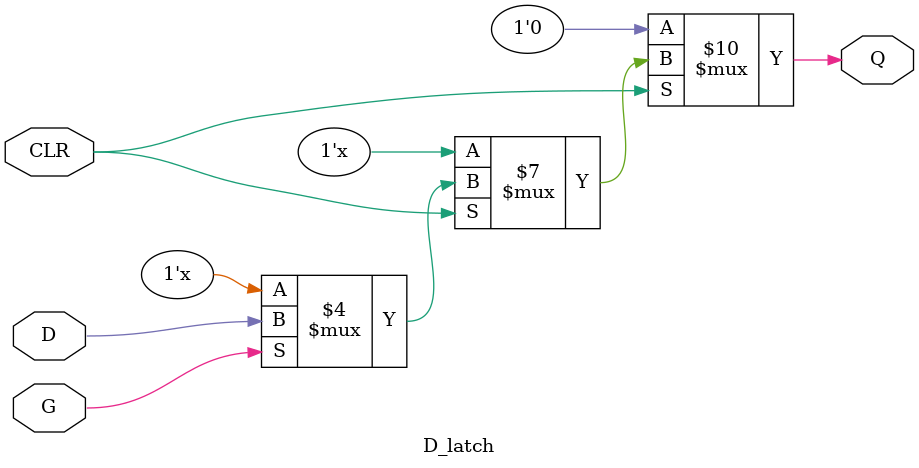
<source format=v>
module D_latch (
    input wire D,   // Data Input
    input wire G,   // Enable (Gate)
    input wire CLR, // Active Low Clear
    output reg Q    // Output
);
    always @(*) begin
        if (!CLR) begin     // Active low clear
            Q = 0;
        end else if (G) begin   // When G is high, latch follows D
            Q = D;
        end
        // When G is low, Q retains its value (latch behavior)
    end
endmodule

</source>
